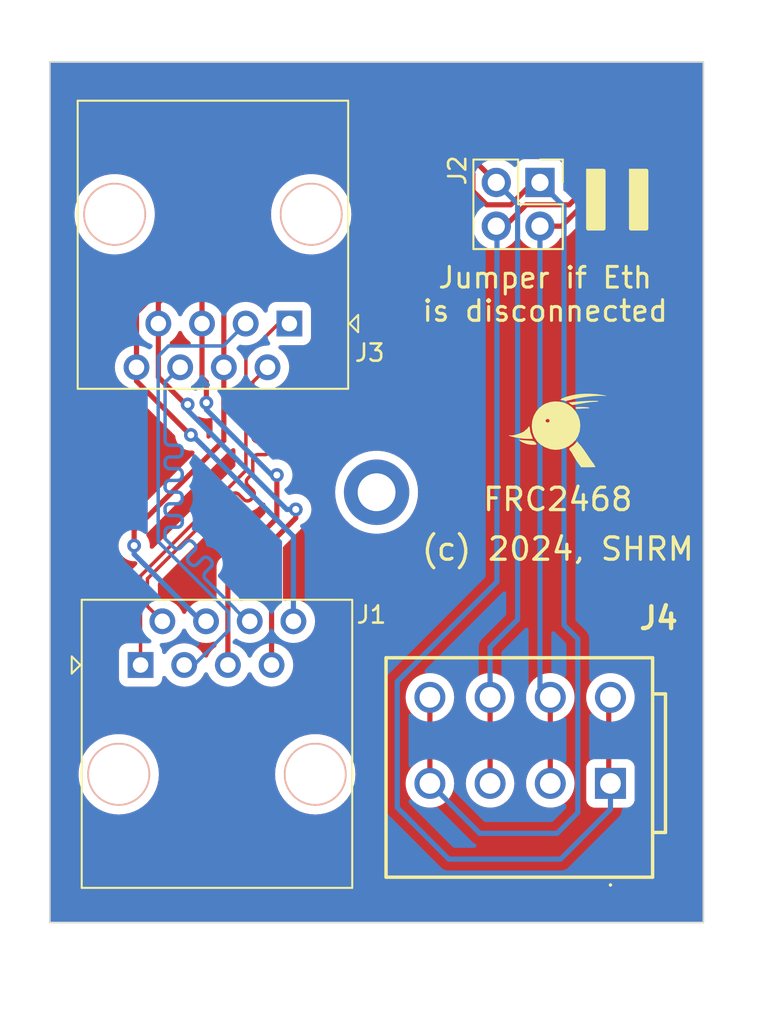
<source format=kicad_pcb>
(kicad_pcb (version 20240108) (generator "pcbnew") (generator_version "8.0")
  (layers (0 "F.Cu" signal) (31 "B.Cu" signal) (34 "B.Paste" user) (35 "F.Paste" user) (36 "B.SilkS" user "B.Silkscreen") (37 "F.SilkS" user "F.Silkscreen") (38 "B.Mask" user) (39 "F.Mask" user) (44 "Edge.Cuts" user))
  (net 0 "")
  (net 2 "/CAN_H_UP")
  (net 3 "/CAN_L_UP")
  (net 4 "/CAN_H_BCK")
  (net 5 "/ETH_TX_N")
  (net 6 "/ETH_RX_P")
  (net 7 "/CAN_L_BCK")
  (net 8 "/ETH_RX_N")
  (net 9 "/ETH_TX_P")
  (footprint "Connector_RJ:RJ45_OST_PJ012-8P8CX_Vertical" (layer "F.Cu") (at 90.7275 57.7 180)
    (property "Reference" "J3" (at -4.6725 -1.7 0) (layer "F.SilkS"))
    (property "Value" "RJ45" (hide yes))
    (fp_line (start 12.31 12.95) (end -3.42 12.95) (stroke (width 0.12)) (layer "F.SilkS"))
    (fp_line (start 12.31 -3.79) (end 12.31 12.95) (stroke (width 0.12)) (layer "F.SilkS"))
    (fp_line (start 12.3 -3.79) (end -3.42 -3.79) (stroke (width 0.12)) (layer "F.SilkS"))
    (fp_line (start -3.42 -3.79) (end -3.42 12.95) (stroke (width 0.12)) (layer "F.SilkS"))
    (fp_line (start -3.5 0) (end -4 -0.5) (stroke (width 0.12)) (layer "F.SilkS"))
    (fp_line (start -4 0.5) (end -3.5 0) (stroke (width 0.12)) (layer "F.SilkS"))
    (fp_line (start -4 -0.5) (end -4 0.5) (stroke (width 0.12)) (layer "F.SilkS"))
    (pad "" np_thru_hole circle (at -1.27 6.35 180) (size 3.65 3.65) (drill 3.45) (layers "*.Cu" "*.SilkS" "*.Mask"))
    (pad "" np_thru_hole circle (at 10.16 6.35 180) (size 3.65 3.65) (drill 3.45) (layers "*.Cu" "*.SilkS" "*.Mask"))
    (pad "1" thru_hole rect (at 0 0 180) (size 1.5 1.5) (drill 0.9) (layers "*.Cu" "*.Mask") (net 9 "/ETH_TX_P"))
    (pad "2" thru_hole circle (at 1.27 -2.54 180) (size 1.5 1.5) (drill 0.9) (layers "*.Cu" "*.Mask") (net 5 "/ETH_TX_N"))
    (pad "3" thru_hole circle (at 2.54 0 180) (size 1.5 1.5) (drill 0.9) (layers "*.Cu" "*.Mask") (net 6 "/ETH_RX_P"))
    (pad "4" thru_hole circle (at 3.81 -2.54 180) (size 1.5 1.5) (drill 0.9) (layers "*.Cu" "*.Mask") (net 2 "/CAN_H_UP"))
    (pad "5" thru_hole circle (at 5.08 0 180) (size 1.5 1.5) (drill 0.9) (layers "*.Cu" "*.Mask") (net 3 "/CAN_L_UP"))
    (pad "6" thru_hole circle (at 6.35 -2.54 180) (size 1.5 1.5) (drill 0.9) (layers "*.Cu" "*.Mask") (net 8 "/ETH_RX_N"))
    (pad "7" thru_hole circle (at 7.62 0 180) (size 1.5 1.5) (drill 0.9) (layers "*.Cu" "*.Mask") (net 7 "/CAN_L_BCK"))
    (pad "8" thru_hole circle (at 8.89 -2.54 180) (size 1.5 1.5) (drill 0.9) (layers "*.Cu" "*.Mask") (net 4 "/CAN_H_BCK"))
  )
  (footprint "Appreciate:LOGO" (layer "F.Cu") (at 106.4 63.8)
    (property "Reference" "REF**" (hide yes))
    (property "Value" "LOGO" (hide yes))
    (fp_poly (pts (xy 1.373233 -1.252933) (xy 1.51073 -1.247596) (xy 1.631621 -1.238651) (xy 1.719947 -1.226466) (xy 1.758521 -1.212921) (xy 1.769023 -1.190641) (xy 1.738199 -1.178305) (xy 1.656856 -1.173453) (xy 1.609526 -1.173058) (xy 1.469146 -1.169573) (xy 1.309184 -1.160852) (xy 1.211253 -1.153033) (xy 1.080632 -1.145606) (xy 1.004317 -1.15397) (xy 0.978178 -1.171223) (xy 0.96954 -1.218598) (xy 0.976355 -1.230886) (xy 1.020691 -1.243641) (xy 1.112254 -1.251322) (xy 1.235088 -1.254298)) (fill solid) (layer "F.SilkS"))
    (fp_poly (pts (xy -2.257553 0.652201) (xy -2.187091 0.663295) (xy -2.070955 0.675428) (xy -1.926832 0.68694) (xy -1.809205 0.694266) (xy -1.653049 0.703776) (xy -1.546381 0.71433) (xy -1.475307 0.729251) (xy -1.425933 0.75186) (xy -1.384368 0.785478) (xy -1.370379 0.799171) (xy -1.320224 0.86201) (xy -1.302998 0.910599) (xy -1.305305 0.918085) (xy -1.34761 0.936206) (xy -1.434964 0.945402) (xy -1.54955 0.945105) (xy -1.67355 0.93475) (xy -1.702621 0.930722) (xy -1.878791 0.892148) (xy -2.046978 0.834097) (xy -2.185556 0.764848) (xy -2.242371 0.724087) (xy -2.352684 0.629352)) (fill solid) (layer "F.SilkS"))
    (fp_poly (pts (xy 2.113529 -1.612956) (xy 2.227994 -1.608028) (xy 2.295237 -1.598176) (xy 2.30874 -1.585518) (xy 2.268515 -1.567943) (xy 2.185846 -1.556428) (xy 2.115173 -1.553808) (xy 1.983659 -1.547239) (xy 1.803859 -1.528767) (xy 1.589396 -1.500244) (xy 1.353894 -1.463519) (xy 1.110978 -1.420444) (xy 1.055456 -1.409827) (xy 0.921232 -1.384099) (xy 0.833459 -1.370926) (xy 0.776174 -1.371583) (xy 0.733419 -1.387349) (xy 0.689233 -1.419501) (xy 0.662668 -1.44126) (xy 0.570405 -1.516694) (xy 0.710234 -1.533172) (xy 0.915192 -1.554849) (xy 1.132945 -1.573567) (xy 1.354917 -1.589047) (xy 1.572535 -1.601006) (xy 1.777225 -1.609165) (xy 1.960414 -1.613242)) (fill solid) (layer "F.SilkS"))
    (fp_poly (pts (xy 1.827634 -2.02484) (xy 2.149354 -2.004754) (xy 2.428638 -1.968782) (xy 2.56816 -1.944348) (xy 2.682738 -1.922503) (xy 2.759029 -1.905904) (xy 2.783677 -1.898054) (xy 2.761392 -1.893352) (xy 2.690418 -1.893076) (xy 2.585332 -1.897221) (xy 2.568648 -1.898158) (xy 2.326491 -1.901289) (xy 2.040713 -1.886985) (xy 1.728084 -1.857171) (xy 1.405376 -1.813773) (xy 1.089361 -1.758717) (xy 0.802497 -1.695351) (xy 0.688544 -1.667613) (xy 0.586995 -1.644032) (xy 0.543833 -1.634676) (xy 0.464235 -1.615959) (xy 0.416991 -1.601841) (xy 0.355679 -1.603951) (xy 0.326842 -1.617076) (xy 0.259482 -1.640975) (xy 0.193944 -1.648453) (xy 0.114888 -1.656603) (xy 0.091175 -1.678049) (xy 0.116764 -1.710144) (xy 0.185616 -1.750238) (xy 0.29169 -1.795684) (xy 0.428945 -1.843833) (xy 0.591341 -1.892037) (xy 0.772838 -1.937646) (xy 0.929003 -1.970734) (xy 1.196295 -2.007858) (xy 1.502893 -2.025884)) (fill solid) (layer "F.SilkS"))
    (fp_poly (pts (xy -1.706157 -0.098666) (xy -1.685249 -0.028186) (xy -1.67277 0.063709) (xy -1.671344 0.101983) (xy -1.658463 0.192614) (xy -1.628031 0.290934) (xy -1.627487 0.292245) (xy -1.585926 0.399236) (xy -1.550966 0.499438) (xy -1.517868 0.602497) (xy -1.808434 0.598086) (xy -1.976494 0.591105) (xy -2.156311 0.576657) (xy -2.313431 0.557623) (xy -2.336829 0.553901) (xy -2.529325 0.518702) (xy -2.690939 0.483219) (xy -2.813264 0.449697) (xy -2.887896 0.420384) (xy -2.907615 0.401338) (xy -2.884404 0.386211) (xy -2.862099 0.391205) (xy -2.779933 0.40082) (xy -2.659948 0.387959) (xy -2.516752 0.357283) (xy -2.364952 0.31345) (xy -2.219157 0.26112) (xy -2.093974 0.204953) (xy -2.004013 0.149606) (xy -1.965572 0.105254) (xy -1.929058 0.066853) (xy -1.913274 0.06333) (xy -1.873096 0.039155) (xy -1.821648 -0.02008) (xy -1.813608 -0.03171) (xy -1.766747 -0.09437) (xy -1.733387 -0.125873) (xy -1.730102 -0.12675)) (fill solid) (layer "F.SilkS"))
    (fp_poly (pts (xy 0.025671 -1.565625) (xy 0.292865 -1.505977) (xy 0.538788 -1.400343) (xy 0.750834 -1.250438) (xy 0.760158 -1.241962) (xy 0.969832 -1.009562) (xy 1.12166 -0.753375) (xy 1.214415 -0.477375) (xy 1.246871 -0.185536) (xy 1.217802 0.118168) (xy 1.202047 0.190262) (xy 1.108848 0.447122) (xy 0.964851 0.676312) (xy 0.778424 0.872996) (xy 0.557936 1.032337) (xy 0.311758 1.149496) (xy 0.048259 1.219637) (xy -0.224193 1.237923) (xy -0.497227 1.199516) (xy -0.529338 1.19095) (xy -0.824576 1.07954) (xy -1.073816 0.925399) (xy -1.275151 0.73102) (xy -1.426672 0.498897) (xy -1.526471 0.231521) (xy -1.572638 -0.068613) (xy -1.57578 -0.176069) (xy -1.545777 -0.469817) (xy -1.542358 -0.480644) (xy -0.772056 -0.480644) (xy -0.765159 -0.416207) (xy -0.753516 -0.399037) (xy -0.693254 -0.356969) (xy -0.656179 -0.348814) (xy -0.590577 -0.371688) (xy -0.558842 -0.399037) (xy -0.537006 -0.463426) (xy -0.565568 -0.521108) (xy -0.632697 -0.553139) (xy -0.656179 -0.554931) (xy -0.731786 -0.533202) (xy -0.772056 -0.480644) (xy -1.542358 -0.480644) (xy -1.458908 -0.744942) (xy -1.319881 -0.993923) (xy -1.133405 -1.209237) (xy -0.904187 -1.383361) (xy -0.777475 -1.451471) (xy -0.522106 -1.54009) (xy -0.250188 -1.577569)) (fill solid) (layer "F.SilkS"))
    (fp_poly (pts (xy 1.08727 0.753121) (xy 1.108075 0.804896) (xy 1.143384 0.850559) (xy 1.229779 0.944312) (xy 1.314021 1.044918) (xy 1.404288 1.163249) (xy 1.50876 1.310174) (xy 1.635617 1.496563) (xy 1.684506 1.569663) (xy 1.78425 1.717382) (xy 1.873212 1.845563) (xy 1.944981 1.945253) (xy 1.993145 2.007493) (xy 2.009833 2.024178) (xy 2.03729 2.060575) (xy 2.039201 2.075789) (xy 2.061461 2.12897) (xy 2.086767 2.156305) (xy 2.12663 2.20208) (xy 2.134333 2.223608) (xy 2.10457 2.233803) (xy 2.023057 2.242178) (xy 1.901453 2.247988) (xy 1.751418 2.250484) (xy 1.71417 2.250512) (xy 1.294008 2.249587) (xy 1.151311 2.054533) (xy 1.080561 1.956296) (xy 1.024738 1.875959) (xy 0.994465 1.828861) (xy 0.992759 1.825557) (xy 0.967178 1.780665) (xy 0.919805 1.704357) (xy 0.889701 1.657497) (xy 0.839685 1.577327) (xy 0.808141 1.520543) (xy 0.802497 1.505589) (xy 0.785915 1.471465) (xy 0.746065 1.408532) (xy 0.697788 1.338676) (xy 0.655929 1.283778) (xy 0.641632 1.268415) (xy 0.616051 1.227929) (xy 0.603751 1.19905) (xy 0.607925 1.154888) (xy 0.658598 1.105243) (xy 0.722017 1.06468) (xy 0.8266 0.989783) (xy 0.932759 0.89313) (xy 0.973323 0.848651) (xy 1.034204 0.782378) (xy 1.075588 0.749448)) (fill solid) (layer "F.SilkS"))
  )
  (footprint "MountingHole:MountingHole_2.2mm_M2_DIN965_Pad" (layer "F.Cu") (at 95.8 67.5)
    (property "Reference" "H1" (hide yes))
    (property "Value" "MountingHole_Pad" (hide yes))
    (pad "1" thru_hole circle (at 0 0) (size 3.8 3.8) (drill 2.2) (layers "*.Cu" "*.Mask"))
  )
  (footprint "Connector_RJ:RJ45_OST_PJ012-8P8CX_Vertical" (layer "F.Cu") (at 82.0725 77.5375)
    (property "Reference" "J1" (at 13.4275 -2.92 0) (layer "F.SilkS"))
    (property "Value" "RJ45" (hide yes))
    (fp_line (start -4 -0.5) (end -4 0.5) (stroke (width 0.12)) (layer "F.SilkS"))
    (fp_line (start -4 0.5) (end -3.5 0) (stroke (width 0.12)) (layer "F.SilkS"))
    (fp_line (start -3.5 0) (end -4 -0.5) (stroke (width 0.12)) (layer "F.SilkS"))
    (fp_line (start -3.42 -3.79) (end -3.42 12.95) (stroke (width 0.12)) (layer "F.SilkS"))
    (fp_line (start 12.3 -3.79) (end -3.42 -3.79) (stroke (width 0.12)) (layer "F.SilkS"))
    (fp_line (start 12.31 -3.79) (end 12.31 12.95) (stroke (width 0.12)) (layer "F.SilkS"))
    (fp_line (start 12.31 12.95) (end -3.42 12.95) (stroke (width 0.12)) (layer "F.SilkS"))
    (pad "" np_thru_hole circle (at -1.27 6.35) (size 3.65 3.65) (drill 3.45) (layers "*.Cu" "*.SilkS" "*.Mask"))
    (pad "" np_thru_hole circle (at 10.16 6.35) (size 3.65 3.65) (drill 3.45) (layers "*.Cu" "*.SilkS" "*.Mask"))
    (pad "1" thru_hole rect (at 0 0) (size 1.5 1.5) (drill 0.9) (layers "*.Cu" "*.Mask") (net 9 "/ETH_TX_P"))
    (pad "2" thru_hole circle (at 1.27 -2.54) (size 1.5 1.5) (drill 0.9) (layers "*.Cu" "*.Mask") (net 5 "/ETH_TX_N"))
    (pad "3" thru_hole circle (at 2.54 0) (size 1.5 1.5) (drill 0.9) (layers "*.Cu" "*.Mask") (net 6 "/ETH_RX_P"))
    (pad "4" thru_hole circle (at 3.81 -2.54) (size 1.5 1.5) (drill 0.9) (layers "*.Cu" "*.Mask") (net 2 "/CAN_H_UP"))
    (pad "5" thru_hole circle (at 5.08 0) (size 1.5 1.5) (drill 0.9) (layers "*.Cu" "*.Mask") (net 3 "/CAN_L_UP"))
    (pad "6" thru_hole circle (at 6.35 -2.54) (size 1.5 1.5) (drill 0.9) (layers "*.Cu" "*.Mask") (net 8 "/ETH_RX_N"))
    (pad "7" thru_hole circle (at 7.62 0) (size 1.5 1.5) (drill 0.9) (layers "*.Cu" "*.Mask") (net 7 "/CAN_L_BCK"))
    (pad "8" thru_hole circle (at 8.89 -2.54) (size 1.5 1.5) (drill 0.9) (layers "*.Cu" "*.Mask") (net 4 "/CAN_H_BCK"))
  )
  (footprint "Connector_PinHeader_2.54mm:PinHeader_2x02_P2.54mm_Vertical" (layer "F.Cu") (at 105.3 49.5 -90)
    (property "Reference" "J2" (at -0.7 4.8 90) (layer "F.SilkS"))
    (property "Value" "Conn_02x02_Odd_Even" (hide yes))
    (fp_line (start -1.33 3.87) (end 3.87 3.87) (stroke (width 0.12)) (layer "F.SilkS"))
    (fp_line (start -1.33 1.27) (end -1.33 3.87) (stroke (width 0.12)) (layer "F.SilkS"))
    (fp_line (start -1.33 1.27) (end 1.27 1.27) (stroke (width 0.12)) (layer "F.SilkS"))
    (fp_line (start 1.27 1.27) (end 1.27 -1.33) (stroke (width 0.12)) (layer "F.SilkS"))
    (fp_line (start -1.33 0) (end -1.33 -1.33) (stroke (width 0.12)) (layer "F.SilkS"))
    (fp_line (start -1.33 -1.33) (end 0 -1.33) (stroke (width 0.12)) (layer "F.SilkS"))
    (fp_line (start 1.27 -1.33) (end 3.87 -1.33) (stroke (width 0.12)) (layer "F.SilkS"))
    (fp_line (start 3.87 -1.33) (end 3.87 3.87) (stroke (width 0.12)) (layer "F.SilkS"))
    (pad "1" thru_hole rect (at 0 0 270) (size 1.7 1.7) (drill 1) (layers "*.Cu" "*.Mask") (net 2 "/CAN_H_UP"))
    (pad "2" thru_hole oval (at 2.54 0 270) (size 1.7 1.7) (drill 1) (layers "*.Cu" "*.Mask") (net 4 "/CAN_H_BCK"))
    (pad "3" thru_hole oval (at 0 2.54 270) (size 1.7 1.7) (drill 1) (layers "*.Cu" "*.Mask") (net 3 "/CAN_L_UP"))
    (pad "4" thru_hole oval (at 2.54 2.54 270) (size 1.7 1.7) (drill 1) (layers "*.Cu" "*.Mask") (net 7 "/CAN_L_BCK"))
  )
  (footprint "Appreciate:26013104" (layer "F.Cu") (at 109.4 84.4175 180)
    (property "Reference" "J4" (at -2.8 9.6 0) (layer "F.SilkS") (effects (font (size 1.27 1.27) (thickness 0.254))))
    (property "Value" "2601-3104" (hide yes))
    (fp_line (start 13.05 7.3) (end -2.45 7.3) (stroke (width 0.2)) (layer "F.SilkS"))
    (fp_line (start 13.05 -5.45) (end 13.05 7.3) (stroke (width 0.2)) (layer "F.SilkS"))
    (fp_line (start 0 -5.85) (end 0 -5.85) (stroke (width 0.1)) (layer "F.SilkS"))
    (fp_line (start 0 -5.95) (end 0 -5.95) (stroke (width 0.1)) (layer "F.SilkS"))
    (fp_line (start -2.45 7.3) (end -2.45 -5.45) (stroke (width 0.2)) (layer "F.SilkS"))
    (fp_line (start -2.45 -2.85) (end -3.2 -2.85) (stroke (width 0.2)) (layer "F.SilkS"))
    (fp_line (start -2.45 -5.45) (end 13.05 -5.45) (stroke (width 0.2)) (layer "F.SilkS"))
    (fp_line (start -3.2 5.2) (end -2.45 5.2) (stroke (width 0.2)) (layer "F.SilkS"))
    (fp_line (start -3.2 -2.85) (end -3.2 5.2) (stroke (width 0.2)) (layer "F.SilkS"))
    (fp_arc (start 0 -5.85) (mid -0.05 -5.9) (end 0 -5.95) (stroke (width 0.1)) (layer "F.SilkS"))
    (fp_arc (start 0 -5.95) (mid 0.05 -5.9) (end 0 -5.85) (stroke (width 0.1)) (layer "F.SilkS"))
    (pad "1" thru_hole rect (at 0 0 180) (size 1.8 1.8) (drill 1.2) (layers "*.Cu" "*.Mask") (net 7 "/CAN_L_BCK"))
    (pad "2" thru_hole circle (at 0 5 180) (size 1.8 1.8) (drill 1.2) (layers "*.Cu" "*.Mask") (net 7 "/CAN_L_BCK"))
    (pad "3" thru_hole circle (at 3.5 0 180) (size 1.8 1.8) (drill 1.2) (layers "*.Cu" "*.Mask") (net 4 "/CAN_H_BCK"))
    (pad "4" thru_hole circle (at 3.5 5 180) (size 1.8 1.8) (drill 1.2) (layers "*.Cu" "*.Mask") (net 4 "/CAN_H_BCK"))
    (pad "5" thru_hole circle (at 7 0 180) (size 1.8 1.8) (drill 1.2) (layers "*.Cu" "*.Mask") (net 3 "/CAN_L_UP"))
    (pad "6" thru_hole circle (at 7 5 180) (size 1.8 1.8) (drill 1.2) (layers "*.Cu" "*.Mask") (net 3 "/CAN_L_UP"))
    (pad "7" thru_hole circle (at 10.5 0 180) (size 1.8 1.8) (drill 1.2) (layers "*.Cu" "*.Mask") (net 2 "/CAN_H_UP"))
    (pad "8" thru_hole circle (at 10.5 5 180) (size 1.8 1.8) (drill 1.2) (layers "*.Cu" "*.Mask") (net 2 "/CAN_H_UP"))
  )
  (gr_rect (start 108.11 48.83) (end 108.99 52.17) (stroke (width 0.25)) (fill solid) (layer "F.SilkS"))
  (gr_rect (start 110.6 48.83) (end 111.48 52.17) (stroke (width 0.25)) (fill solid) (layer "F.SilkS"))
  (gr_rect (start 76.8 42.5) (end 114.8 92.5) (stroke (width 0.1)) (fill none) (layer "Edge.Cuts"))
  (gr_text "Jumper if Eth\nis disconnected" (at 105.6 56 0) (layer "F.SilkS") (effects (font (size 1.2 1.2) (thickness 0.18) (bold yes))))
  (gr_text "FRC2468" (at 106.338031 67.916306 0) (layer "F.SilkS") (effects (font (size 1.3 1.3) (thickness 0.19))))
  (gr_text "(c) 2024, SHRM" (at 106.338031 70.8 0) (layer "F.SilkS") (effects (font (size 1.3 1.3) (thickness 0.19))))
  (segment (start 102.2 50.8) (end 103.6 50.8) (width 0.3) (layer "F.Cu") (net 2))
  (segment (start 86.9175 60.24) (end 86.9175 51.5825) (width 0.3) (layer "F.Cu") (net 2))
  (segment (start 86.9175 64.5) (end 86.9175 60.24) (width 0.3) (layer "F.Cu") (net 2))
  (segment (start 99 46.6) (end 101.4 49) (width 0.3) (layer "F.Cu") (net 2))
  (segment (start 91.9 46.6) (end 99 46.6) (width 0.3) (layer "F.Cu") (net 2))
  (segment (start 101.4 50) (end 102.2 50.8) (width 0.3) (layer "F.Cu") (net 2))
  (segment (start 81.7 69.7) (end 81.7 70.6) (width 0.3) (layer "F.Cu") (net 2))
  (segment (start 101.4 49) (end 101.4 50) (width 0.3) (layer "F.Cu") (net 2))
  (segment (start 103.6 50.8) (end 104.9 49.5) (width 0.3) (layer "F.Cu") (net 2))
  (segment (start 86.9175 64.5) (end 86.9 64.5) (width 0.3) (layer "F.Cu") (net 2))
  (segment (start 86.9175 51.5825) (end 91.9 46.6) (width 0.3) (layer "F.Cu") (net 2))
  (segment (start 86.9 64.5) (end 81.7 69.7) (width 0.3) (layer "F.Cu") (net 2))
  (segment (start 104.9 49.5) (end 105.3 49.5) (width 0.3) (layer "F.Cu") (net 2))
  (segment (start 98.9 84.4175) (end 98.9 79.4175) (width 0.3) (layer "F.Cu") (net 2))
  (via (at 81.7 70.6) (size 0.8) (drill 0.4) (layers "F.Cu" "B.Cu") (net 2))
  (segment (start 101.8 87.3175) (end 98.9 84.4175) (width 0.3) (layer "B.Cu") (net 2))
  (segment (start 106.7 50.9) (end 106.7 75.2175) (width 0.3) (layer "B.Cu") (net 2))
  (segment (start 105.3 49.5) (end 106.7 50.9) (width 0.3) (layer "B.Cu") (net 2))
  (segment (start 85.5975 74.9975) (end 85.8825 74.9975) (width 0.3) (layer "B.Cu") (net 2))
  (segment (start 106.7 75.2175) (end 107.5 76.0175) (width 0.3) (layer "B.Cu") (net 2))
  (segment (start 107.5 76.0175) (end 107.5 86.1175) (width 0.3) (layer "B.Cu") (net 2))
  (segment (start 106.3 87.3175) (end 101.8 87.3175) (width 0.3) (layer "B.Cu") (net 2))
  (segment (start 81.7 71.1) (end 85.5975 74.9975) (width 0.3) (layer "B.Cu") (net 2))
  (segment (start 107.5 86.1175) (end 106.3 87.3175) (width 0.3) (layer "B.Cu") (net 2))
  (segment (start 81.7 70.6) (end 81.7 71.1) (width 0.3) (layer "B.Cu") (net 2))
  (segment (start 91.692893 46.1) (end 99.36 46.1) (width 0.3) (layer "F.Cu") (net 3))
  (segment (start 90 69) (end 87.1525 71.8475) (width 0.3) (layer "F.Cu") (net 3))
  (segment (start 99.36 46.1) (end 102.76 49.5) (width 0.3) (layer "F.Cu") (net 3))
  (segment (start 85.6475 52.145393) (end 91.692893 46.1) (width 0.3) (layer "F.Cu") (net 3))
  (segment (start 85.6475 60.8475) (end 85.6475 57.7) (width 0.3) (layer "F.Cu") (net 3))
  (segment (start 102.4 84.4175) (end 102.4 79.4175) (width 0.3) (layer "F.Cu") (net 3))
  (segment (start 85.6475 57.7) (end 85.6475 52.145393) (width 0.3) (layer "F.Cu") (net 3))
  (segment (start 87.1525 71.8475) (end 87.1525 77.5375) (width 0.3) (layer "F.Cu") (net 3))
  (segment (start 90 66.5) (end 90 69) (width 0.3) (layer "F.Cu") (net 3))
  (segment (start 85.9 61.1) (end 85.6475 60.8475) (width 0.3) (layer "F.Cu") (net 3))
  (segment (start 85.9 62.3) (end 85.9 61.1) (width 0.3) (layer "F.Cu") (net 3))
  (via (at 90 66.5) (size 0.8) (drill 0.4) (layers "F.Cu" "B.Cu") (net 3))
  (via (at 85.9 62.3) (size 0.8) (drill 0.4) (layers "F.Cu" "B.Cu") (net 3))
  (segment (start 102.4 76.5) (end 102.4 79.4175) (width 0.3) (layer "B.Cu") (net 3))
  (segment (start 104 74.9) (end 102.4 76.5) (width 0.3) (layer "B.Cu") (net 3))
  (segment (start 102.76 49.5) (end 104 50.74) (width 0.3) (layer "B.Cu") (net 3))
  (segment (start 90 66.5) (end 89.7 66.5) (width 0.3) (layer "B.Cu") (net 3))
  (segment (start 85.9 62.7) (end 85.9 62.3) (width 0.3) (layer "B.Cu") (net 3))
  (segment (start 89.7 66.5) (end 85.9 62.7) (width 0.3) (layer "B.Cu") (net 3))
  (segment (start 104 50.74) (end 104 74.9) (width 0.3) (layer "B.Cu") (net 3))
  (segment (start 81.8375 57.055394) (end 84.6 54.292894) (width 0.3) (layer "F.Cu") (net 4))
  (segment (start 108.1 47.392894) (end 108.1 50.5) (width 0.3) (layer "F.Cu") (net 4))
  (segment (start 108.1 50.5) (end 106.56 52.04) (width 0.3) (layer "F.Cu") (net 4))
  (segment (start 81.8375 61.0375) (end 81.8375 60.24) (width 0.3) (layer "F.Cu") (net 4))
  (segment (start 105.807106 45.1) (end 108.1 47.392894) (width 0.3) (layer "F.Cu") (net 4))
  (segment (start 91.27868 45.1) (end 105.807106 45.1) (width 0.3) (layer "F.Cu") (net 4))
  (segment (start 84.6 54.292894) (end 84.6 51.77868) (width 0.3) (layer "F.Cu") (net 4))
  (segment (start 84.970009 64.170009) (end 81.8375 61.0375) (width 0.3) (layer "F.Cu") (net 4))
  (segment (start 106.56 52.04) (end 105.3 52.04) (width 0.3) (layer "F.Cu") (net 4))
  (segment (start 84.6 51.77868) (end 91.27868 45.1) (width 0.3) (layer "F.Cu") (net 4))
  (segment (start 85 64.170009) (end 84.970009 64.170009) (width 0.3) (layer "F.Cu") (net 4))
  (segment (start 81.8375 60.24) (end 81.8375 57.055394) (width 0.3) (layer "F.Cu") (net 4))
  (segment (start 105.9 84.4175) (end 105.9 79.4175) (width 0.3) (layer "F.Cu") (net 4))
  (via (at 85 64.170009) (size 0.8) (drill 0.4) (layers "F.Cu" "B.Cu") (net 4))
  (segment (start 90.9625 70.0625) (end 90.9625 74.9975) (width 0.3) (layer "B.Cu") (net 4))
  (segment (start 105.3 78.8175) (end 105.9 79.4175) (width 0.3) (layer "B.Cu") (net 4))
  (segment (start 85 64.170009) (end 85.222491 64.3925) (width 0.3) (layer "B.Cu") (net 4))
  (segment (start 85.222491 64.3925) (end 85.2925 64.3925) (width 0.3) (layer "B.Cu") (net 4))
  (segment (start 105.3 52.04) (end 105.3 78.8175) (width 0.3) (layer "B.Cu") (net 4))
  (segment (start 85.2925 64.3925) (end 90.9625 70.0625) (width 0.3) (layer "B.Cu") (net 4))
  (segment (start 88.896 65.314) (end 89.304 65.314) (width 0.2) (layer "F.Cu") (net 5))
  (segment (start 88.311927 66.688069) (end 88.416581 66.583418) (width 0.2) (layer "F.Cu") (net 5))
  (segment (start 87.78867 67.629937) (end 88.077169 67.918436) (width 0.2) (layer "F.Cu") (net 5))
  (segment (start 89.6 65.018) (end 89.6 64.87) (width 0.2) (layer "F.Cu") (net 5))
  (segment (start 88.6 62.65) (end 88.6 62.6) (width 0.2) (layer "F.Cu") (net 5))
  (segment (start 88.6 62.798) (end 88.6 62.65) (width 0.2) (layer "F.Cu") (net 5))
  (segment (start 88.6 62.6) (end 88.6 61.097501) (width 0.2) (layer "F.Cu") (net 5))
  (segment (start 83.3425 74.9975) (end 82.4725 74.1275) (width 0.2) (layer "F.Cu") (net 5))
  (segment (start 89.6 63.538) (end 89.6 63.39) (width 0.2) (layer "F.Cu") (net 5))
  (segment (start 87.265408 67.734588) (end 87.370062 67.629937) (width 0.2) (layer "F.Cu") (net 5))
  (segment (start 88.6 61.097501) (end 89.4575 60.24) (width 0.2) (layer "F.Cu") (net 5))
  (segment (start 88.896 63.834) (end 89.304 63.834) (width 0.2) (layer "F.Cu") (net 5))
  (segment (start 86.742151 68.676456) (end 87.03065 68.964955) (width 0.2) (layer "F.Cu") (net 5))
  (segment (start 87.370062 67.629937) (end 87.370063 67.629937) (width 0.2) (layer "F.Cu") (net 5))
  (segment (start 82.4725 72.5275) (end 82.4725 74.1275) (width 0.2) (layer "F.Cu") (net 5))
  (segment (start 88.600427 67.395176) (end 88.311927 67.106676) (width 0.2) (layer "F.Cu") (net 5))
  (segment (start 89.304 64.574) (end 88.896 64.574) (width 0.2) (layer "F.Cu") (net 5))
  (segment (start 82.4725 72.5275) (end 86.323544 68.676456) (width 0.2) (layer "F.Cu") (net 5))
  (segment (start 89.304 63.094) (end 88.896 63.094) (width 0.2) (layer "F.Cu") (net 5))
  (segment (start 87.449257 68.964955) (end 87.553908 68.860303) (width 0.2) (layer "F.Cu") (net 5))
  (segment (start 88.6 66.4) (end 88.6 65.61) (width 0.2) (layer "F.Cu") (net 5))
  (segment (start 88.6 64.278) (end 88.6 64.13) (width 0.2) (layer "F.Cu") (net 5))
  (segment (start 87.553908 68.441695) (end 87.265408 68.153195) (width 0.2) (layer "F.Cu") (net 5))
  (segment (start 88.416581 66.583418) (end 88.6 66.4) (width 0.2) (layer "F.Cu") (net 5))
  (segment (start 88.495776 67.918436) (end 88.600427 67.813784) (width 0.2) (layer "F.Cu") (net 5))
  (arc (start 89.304 65.314) (mid 89.513304 65.227304) (end 89.6 65.018) (width 0.2) (layer "F.Cu") (net 5))
  (arc (start 88.6 65.61) (mid 88.686696 65.400696) (end 88.896 65.314) (width 0.2) (layer "F.Cu") (net 5))
  (arc (start 89.6 63.39) (mid 89.513304 63.180696) (end 89.304 63.094) (width 0.2) (layer "F.Cu") (net 5))
  (arc (start 87.265408 68.153195) (mid 87.178711 67.943892) (end 87.265408 67.734588) (width 0.2) (layer "F.Cu") (net 5))
  (arc (start 87.370063 67.629937) (mid 87.579366 67.543241) (end 87.78867 67.629937) (width 0.2) (layer "F.Cu") (net 5))
  (arc (start 88.896 63.094) (mid 88.686696 63.007304) (end 88.6 62.798) (width 0.2) (layer "F.Cu") (net 5))
  (arc (start 89.6 64.87) (mid 89.513304 64.660696) (end 89.304 64.574) (width 0.2) (layer "F.Cu") (net 5))
  (arc (start 89.304 63.834) (mid 89.513304 63.747304) (end 89.6 63.538) (width 0.2) (layer "F.Cu") (net 5))
  (arc (start 88.077169 67.918436) (mid 88.286473 68.005132) (end 88.495776 67.918436) (width 0.2) (layer "F.Cu") (net 5))
  (arc (start 87.03065 68.964955) (mid 87.239954 69.051651) (end 87.449257 68.964955) (width 0.2) (layer "F.Cu") (net 5))
  (arc (start 88.600427 67.813784) (mid 88.687124 67.60448) (end 88.600427 67.395176) (width 0.2) (layer "F.Cu") (net 5))
  (arc (start 88.6 64.13) (mid 88.686696 63.920696) (end 88.896 63.834) (width 0.2) (layer "F.Cu") (net 5))
  (arc (start 88.311927 67.106676) (mid 88.22523 66.897373) (end 88.311927 66.688069) (width 0.2) (layer "F.Cu") (net 5))
  (arc (start 87.553908 68.860303) (mid 87.640605 68.650999) (end 87.553908 68.441695) (width 0.2) (layer "F.Cu") (net 5))
  (arc (start 88.896 64.574) (mid 88.686696 64.487304) (end 88.6 64.278) (width 0.2) (layer "F.Cu") (net 5))
  (arc (start 86.323544 68.676456) (mid 86.532847 68.58976) (end 86.742151 68.676456) (width 0.2) (layer "F.Cu") (net 5))
  (segment (start 83.1 70.365686) (end 87.2 74.465686) (width 0.2) (layer "B.Cu") (net 6))
  (segment (start 83.1 59.6) (end 83.1 67.574945) (width 0.2) (layer "B.Cu") (net 6))
  (segment (start 86.8875 59) (end 83.7 59) (width 0.2) (layer "B.Cu") (net 6))
  (segment (start 88.1875 57.7) (end 86.8875 59) (width 0.2) (layer "B.Cu") (net 6))
  (segment (start 83.7 59) (end 83.1 59.6) (width 0.2) (layer "B.Cu") (net 6))
  (segment (start 83.1 67.574945) (end 83.1 67.598379) (width 0.2) (layer "B.Cu") (net 6))
  (segment (start 83.1 67.598379) (end 83.1 70.365686) (width 0.2) (layer "B.Cu") (net 6))
  (segment (start 87.2 75.5175) (end 85.18 77.5375) (width 0.2) (layer "B.Cu") (net 6))
  (segment (start 87.2 74.465686) (end 87.2 75.5175) (width 0.2) (layer "B.Cu") (net 6))
  (segment (start 85.18 77.5375) (end 84.6125 77.5375) (width 0.2) (layer "B.Cu") (net 6))
  (segment (start 91.1 68.5) (end 91.1 69) (width 0.3) (layer "F.Cu") (net 7))
  (segment (start 107.6 50.2) (end 107 50.8) (width 0.3) (layer "F.Cu") (net 7))
  (segment (start 84.7 62.4) (end 83.1075 60.8075) (width 0.3) (layer "F.Cu") (net 7))
  (segment (start 89.6925 70.4075) (end 89.6925 77.5375) (width 0.3) (layer "F.Cu") (net 7))
  (segment (start 107 50.8) (end 104.5 50.8) (width 0.3) (layer "F.Cu") (net 7))
  (segment (start 107.6 47.6) (end 107.6 50.2) (width 0.3) (layer "F.Cu") (net 7))
  (segment (start 84.812653 62.4) (end 84.7 62.4) (width 0.3) (layer "F.Cu") (net 7))
  (segment (start 105.6 45.6) (end 107.6 47.6) (width 0.3) (layer "F.Cu") (net 7))
  (segment (start 83.1075 56.4925) (end 85.1 54.5) (width 0.3) (layer "F.Cu") (net 7))
  (segment (start 91.1 69) (end 89.6925 70.4075) (width 0.3) (layer "F.Cu") (net 7))
  (segment (start 109.3 84.3175) (end 109.4 84.4175) (width 0.3) (layer "F.Cu") (net 7))
  (segment (start 83.1075 60.8075) (end 83.1075 57.7) (width 0.3) (layer "F.Cu") (net 7))
  (segment (start 103.26 52.04) (end 102.76 52.04) (width 0.3) (layer "F.Cu") (net 7))
  (segment (start 109.3 79.4175) (end 109.3 84.3175) (width 0.3) (layer "F.Cu") (net 7))
  (segment (start 85.1 51.985787) (end 91.485787 45.6) (width 0.3) (layer "F.Cu") (net 7))
  (segment (start 85.1 54.5) (end 85.1 51.985787) (width 0.3) (layer "F.Cu") (net 7))
  (segment (start 83.1075 57.7) (end 83.1075 56.4925) (width 0.3) (layer "F.Cu") (net 7))
  (segment (start 104.5 50.8) (end 103.26 52.04) (width 0.3) (layer "F.Cu") (net 7))
  (segment (start 91.485787 45.6) (end 105.6 45.6) (width 0.3) (layer "F.Cu") (net 7))
  (via (at 91.1 68.5) (size 0.8) (drill 0.4) (layers "F.Cu" "B.Cu") (net 7))
  (via (at 84.812653 62.4) (size 0.8) (drill 0.4) (layers "F.Cu" "B.Cu") (net 7))
  (segment (start 84.812653 62.73775) (end 84.812653 62.4) (width 0.3) (layer "B.Cu") (net 7))
  (segment (start 102.76 52.04) (end 102.8 52.08) (width 0.3) (layer "B.Cu") (net 7))
  (segment (start 91.1 68.5) (end 90.574903 68.5) (width 0.3) (layer "B.Cu") (net 7))
  (segment (start 109.4 85.9175) (end 109.4 84.4175) (width 0.3) (layer "B.Cu") (net 7))
  (segment (start 97 85.8175) (end 100 88.8175) (width 0.3) (layer "B.Cu") (net 7))
  (segment (start 97 78.5) (end 97 85.8175) (width 0.3) (layer "B.Cu") (net 7))
  (segment (start 90.574903 68.5) (end 84.812653 62.73775) (width 0.3) (layer "B.Cu") (net 7))
  (segment (start 100 88.8175) (end 106.5 88.8175) (width 0.3) (layer "B.Cu") (net 7))
  (segment (start 102.8 52.08) (end 102.8 72.7) (width 0.3) (layer "B.Cu") (net 7))
  (segment (start 102.8 72.7) (end 97 78.5) (width 0.3) (layer "B.Cu") (net 7))
  (segment (start 106.5 88.8175) (end 109.4 85.9175) (width 0.3) (layer "B.Cu") (net 7))
  (segment (start 83.5 69.804) (end 83.5 70.2) (width 0.2) (layer "B.Cu") (net 8))
  (segment (start 88.28 74.9975) (end 88.4225 74.9975) (width 0.2) (layer "B.Cu") (net 8))
  (segment (start 83.5 68.444) (end 83.5 68.58) (width 0.2) (layer "B.Cu") (net 8))
  (segment (start 83.772 66.132) (end 84.228 66.132) (width 0.2) (layer "B.Cu") (net 8))
  (segment (start 83.5 67.084) (end 83.5 67.22) (width 0.2) (layer "B.Cu") (net 8))
  (segment (start 83.6 61) (end 83.5 61.1) (width 0.2) (layer "B.Cu") (net 8))
  (segment (start 85.362518 71.677852) (end 85.684959 71.355412) (width 0.2) (layer "B.Cu") (net 8))
  (segment (start 84.400853 70.716187) (end 84.723294 70.393747) (width 0.2) (layer "B.Cu") (net 8))
  (segment (start 85.843349 72.543349) (end 87.6 74.3) (width 0.2) (layer "B.Cu") (net 8))
  (segment (start 84.5 65.044) (end 84.5 65.18) (width 0.2) (layer "B.Cu") (net 8))
  (segment (start 86.165791 71.836244) (end 85.843349 72.158683) (width 0.2) (layer "B.Cu") (net 8))
  (segment (start 85.204126 70.874579) (end 84.881684 71.197018) (width 0.2) (layer "B.Cu") (net 8))
  (segment (start 84.228 66.812) (end 83.772 66.812) (width 0.2) (layer "B.Cu") (net 8))
  (segment (start 83.5 65.724) (end 83.5 65.86) (width 0.2) (layer "B.Cu") (net 8))
  (segment (start 84.5 69.124) (end 84.5 69.26) (width 0.2) (layer "B.Cu") (net 8))
  (segment (start 84.228 65.452) (end 83.772 65.452) (width 0.2) (layer "B.Cu") (net 8))
  (segment (start 84.228 68.172) (end 83.772 68.172) (width 0.2) (layer "B.Cu") (net 8))
  (segment (start 83.772 68.852) (end 84.228 68.852) (width 0.2) (layer "B.Cu") (net 8))
  (segment (start 87.6 74.3175) (end 88.28 74.9975) (width 0.2) (layer "B.Cu") (net 8))
  (segment (start 83.772 64.772) (end 84.228 64.772) (width 0.2) (layer "B.Cu") (net 8))
  (segment (start 83.5 70.2) (end 84.016187 70.716187) (width 0.2) (layer "B.Cu") (net 8))
  (segment (start 85.10796 70.393747) (end 85.204126 70.489913) (width 0.2) (layer "B.Cu") (net 8))
  (segment (start 83.5 61.1) (end 83.5 64.5) (width 0.2) (layer "B.Cu") (net 8))
  (segment (start 84.3775 60.24) (end 83.6175 61) (width 0.2) (layer "B.Cu") (net 8))
  (segment (start 84.228 69.532) (end 83.772 69.532) (width 0.2) (layer "B.Cu") (net 8))
  (segment (start 83.772 67.492) (end 84.228 67.492) (width 0.2) (layer "B.Cu") (net 8))
  (segment (start 83.6175 61) (end 83.6 61) (width 0.2) (layer "B.Cu") (net 8))
  (segment (start 86.069625 71.355412) (end 86.165791 71.451578) (width 0.2) (layer "B.Cu") (net 8))
  (segment (start 84.881684 71.581684) (end 84.977852 71.677852) (width 0.2) (layer "B.Cu") (net 8))
  (segment (start 84.5 66.404) (end 84.5 66.54) (width 0.2) (layer "B.Cu") (net 8))
  (segment (start 84.5 67.764) (end 84.5 67.9) (width 0.2) (layer "B.Cu") (net 8))
  (arc (start 84.5 65.18) (mid 84.420333 65.372333) (end 84.228 65.452) (width 0.2) (layer "B.Cu") (net 8))
  (arc (start 84.016187 70.716187) (mid 84.20852 70.795854) (end 84.400853 70.716187) (width 0.2) (layer "B.Cu") (net 8))
  (arc (start 84.228 67.492) (mid 84.420333 67.571667) (end 84.5 67.764) (width 0.2) (layer "B.Cu") (net 8))
  (arc (start 84.723294 70.393747) (mid 84.915627 70.31408) (end 85.10796 70.393747) (width 0.2) (layer "B.Cu") (net 8))
  (arc (start 83.5 64.5) (mid 83.579667 64.692333) (end 83.772 64.772) (width 0.2) (layer "B.Cu") (net 8))
  (arc (start 83.772 69.532) (mid 83.579667 69.611667) (end 83.5 69.804) (width 0.2) (layer "B.Cu") (net 8))
  (arc (start 84.5 67.9) (mid 84.420333 68.092333) (end 84.228 68.172) (width 0.2) (layer "B.Cu") (net 8))
  (arc (start 83.772 65.452) (mid 83.579667 65.531667) (end 83.5 65.724) (width 0.2) (layer "B.Cu") (net 8))
  (arc (start 85.843349 72.158683) (mid 85.763682 72.351016) (end 85.843349 72.543349) (width 0.2) (layer "B.Cu") (net 8))
  (arc (start 84.881684 71.197018) (mid 84.802017 71.389351) (end 84.881684 71.581684) (width 0.2) (layer "B.Cu") (net 8))
  (arc (start 85.204126 70.489913) (mid 85.283793 70.682246) (end 85.204126 70.874579) (width 0.2) (layer "B.Cu") (net 8))
  (arc (start 86.165791 71.451578) (mid 86.245458 71.643911) (end 86.165791 71.836244) (width 0.2) (layer "B.Cu") (net 8))
  (arc (start 84.228 68.852) (mid 84.420333 68.931667) (end 84.5 69.124) (width 0.2) (layer "B.Cu") (net 8))
  (arc (start 84.228 64.772) (mid 84.420333 64.851667) (end 84.5 65.044) (width 0.2) (layer "B.Cu") (net 8))
  (arc (start 83.5 68.58) (mid 83.579667 68.772333) (end 83.772 68.852) (width 0.2) (layer "B.Cu") (net 8))
  (arc (start 84.5 69.26) (mid 84.420333 69.452333) (end 84.228 69.532) (width 0.2) (layer "B.Cu") (net 8))
  (arc (start 85.684959 71.355412) (mid 85.877292 71.275745) (end 86.069625 71.355412) (width 0.2) (layer "B.Cu") (net 8))
  (arc (start 83.772 68.172) (mid 83.579667 68.251667) (end 83.5 68.444) (width 0.2) (layer "B.Cu") (net 8))
  (arc (start 84.228 66.132) (mid 84.420333 66.211667) (end 84.5 66.404) (width 0.2) (layer "B.Cu") (net 8))
  (arc (start 84.977852 71.677852) (mid 85.170185 71.757519) (end 85.362518 71.677852) (width 0.2) (layer "B.Cu") (net 8))
  (arc (start 83.5 67.22) (mid 83.579667 67.412333) (end 83.772 67.492) (width 0.2) (layer "B.Cu") (net 8))
  (arc (start 83.772 66.812) (mid 83.579667 66.891667) (end 83.5 67.084) (width 0.2) (layer "B.Cu") (net 8))
  (arc (start 84.5 66.54) (mid 84.420333 66.732333) (end 84.228 66.812) (width 0.2) (layer "B.Cu") (net 8))
  (arc (start 83.5 65.86) (mid 83.579667 66.052333) (end 83.772 66.132) (width 0.2) (layer "B.Cu") (net 8))
  (segment (start 82.0725 77.5375) (end 82.0725 72.361814) (width 0.2) (layer "F.Cu") (net 9))
  (segment (start 88.2 59.6) (end 90.1 57.7) (width 0.2) (layer "F.Cu") (net 9))
  (segment (start 82.0725 72.361814) (end 88.2 66.234314) (width 0.2) (layer "F.Cu") (net 9))
  (segment (start 88.2 66.234314) (end 88.2 59.6) (width 0.2) (layer "F.Cu") (net 9))
  (segment (start 90.1 57.7) (end 90.7275 57.7) (width 0.2) (layer "F.Cu") (net 9))
  (zone (net 0) (net_name "") (layer "F.Cu") (connect_pads (clearance 0.508)) (min_thickness 0.25) (fill yes (thermal_gap 0.5) (thermal_bridge_width 0.5) (island_removal_mode 1) (island_area_min 10))
    (polygon (pts (xy 73.9 39) (xy 73.9 98.4) (xy 118.1 98.4) (xy 118.1 39) (xy 118 38.9) (xy 74 38.9)))
  )
  (zone (net 0) (net_name "") (layer "B.Cu") (connect_pads (clearance 0.508)) (min_thickness 0.25) (fill yes (thermal_gap 0.5) (thermal_bridge_width 0.5) (island_removal_mode 1) (island_area_min 10))
    (polygon (pts (xy 73.9 39) (xy 73.9 98.4) (xy 118.1 98.4) (xy 118.1 39) (xy 118 38.9) (xy 74 38.9)))
  )
)
</source>
